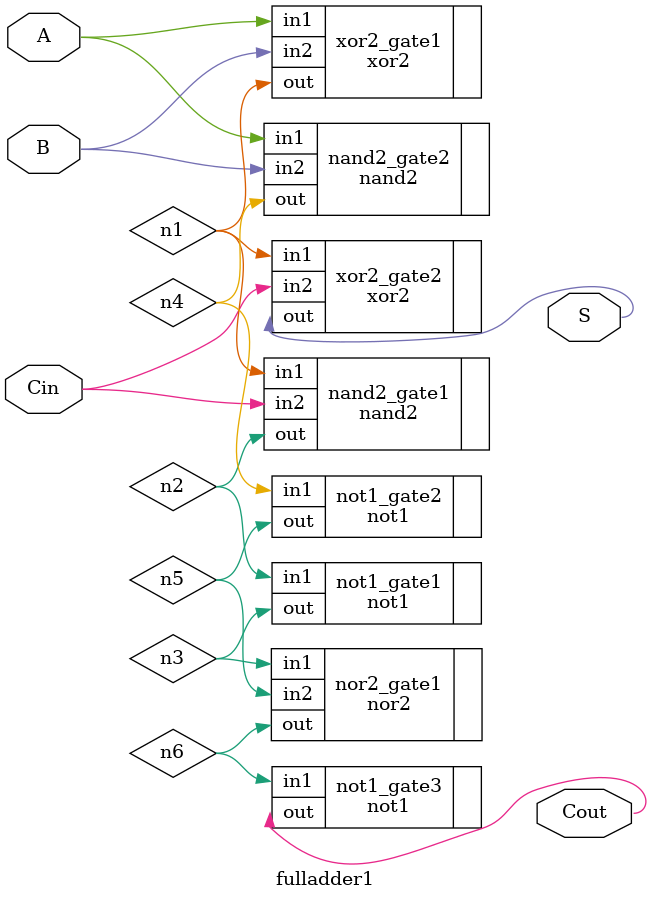
<source format=v>

module fulladder1(A, B, Cin, S, Cout);

input A;
input B;
input Cin;
output S;
output Cout;

wire n1, n2, n3, n4, n5, n6;

xor2 xor2_gate1(.in1(A), .in2(B), .out(n1));
xor2 xor2_gate2(.in1(n1), .in2(Cin), .out(S));

nand2 nand2_gate1(.in1(n1), .in2(Cin), .out(n2));
not1 not1_gate1(.in1(n2), .out(n3));

nand2 nand2_gate2(.in1(A), .in2(B), .out(n4));
not1 not1_gate2(.in1(n4), .out(n5));

nor2 nor2_gate1(.in1(n3), .in2(n5), .out(n6));
not1 not1_gate3(.in1(n6), .out(Cout));

endmodule
</source>
